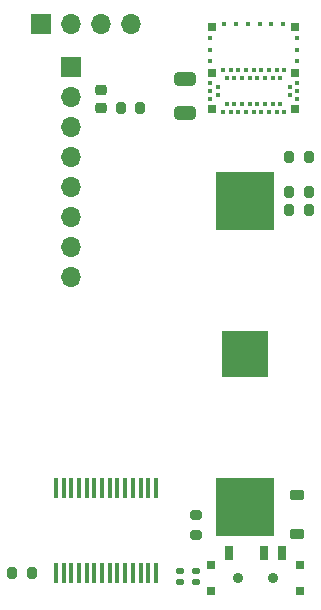
<source format=gbr>
%TF.GenerationSoftware,KiCad,Pcbnew,8.0.6*%
%TF.CreationDate,2025-06-19T14:33:08+09:00*%
%TF.ProjectId,card,63617264-2e6b-4696-9361-645f70636258,rev?*%
%TF.SameCoordinates,Original*%
%TF.FileFunction,Soldermask,Top*%
%TF.FilePolarity,Negative*%
%FSLAX46Y46*%
G04 Gerber Fmt 4.6, Leading zero omitted, Abs format (unit mm)*
G04 Created by KiCad (PCBNEW 8.0.6) date 2025-06-19 14:33:08*
%MOMM*%
%LPD*%
G01*
G04 APERTURE LIST*
G04 Aperture macros list*
%AMRoundRect*
0 Rectangle with rounded corners*
0 $1 Rounding radius*
0 $2 $3 $4 $5 $6 $7 $8 $9 X,Y pos of 4 corners*
0 Add a 4 corners polygon primitive as box body*
4,1,4,$2,$3,$4,$5,$6,$7,$8,$9,$2,$3,0*
0 Add four circle primitives for the rounded corners*
1,1,$1+$1,$2,$3*
1,1,$1+$1,$4,$5*
1,1,$1+$1,$6,$7*
1,1,$1+$1,$8,$9*
0 Add four rect primitives between the rounded corners*
20,1,$1+$1,$2,$3,$4,$5,0*
20,1,$1+$1,$4,$5,$6,$7,0*
20,1,$1+$1,$6,$7,$8,$9,0*
20,1,$1+$1,$8,$9,$2,$3,0*%
G04 Aperture macros list end*
%ADD10R,0.800000X0.800000*%
%ADD11C,0.900000*%
%ADD12R,0.700000X1.250000*%
%ADD13RoundRect,0.225000X0.375000X-0.225000X0.375000X0.225000X-0.375000X0.225000X-0.375000X-0.225000X0*%
%ADD14RoundRect,0.200000X0.200000X0.275000X-0.200000X0.275000X-0.200000X-0.275000X0.200000X-0.275000X0*%
%ADD15R,5.000000X5.000000*%
%ADD16R,4.000000X4.000000*%
%ADD17RoundRect,0.140000X-0.170000X0.140000X-0.170000X-0.140000X0.170000X-0.140000X0.170000X0.140000X0*%
%ADD18R,0.450000X1.750000*%
%ADD19RoundRect,0.200000X0.275000X-0.200000X0.275000X0.200000X-0.275000X0.200000X-0.275000X-0.200000X0*%
%ADD20RoundRect,0.200000X-0.200000X-0.275000X0.200000X-0.275000X0.200000X0.275000X-0.200000X0.275000X0*%
%ADD21RoundRect,0.218750X0.256250X-0.218750X0.256250X0.218750X-0.256250X0.218750X-0.256250X-0.218750X0*%
%ADD22R,0.400000X0.400000*%
%ADD23RoundRect,0.250000X-0.650000X0.325000X-0.650000X-0.325000X0.650000X-0.325000X0.650000X0.325000X0*%
%ADD24R,1.700000X1.700000*%
%ADD25O,1.700000X1.700000*%
G04 APERTURE END LIST*
D10*
%TO.C,SW1*%
X129850000Y-97560000D03*
X129850000Y-99760000D03*
D11*
X132150000Y-98660000D03*
X135150000Y-98660000D03*
D10*
X137450000Y-97560000D03*
X137450000Y-99760000D03*
D12*
X131400000Y-96585000D03*
X134400000Y-96585000D03*
X135900000Y-96585000D03*
%TD*%
D13*
%TO.C,D1*%
X137200000Y-94950000D03*
X137200000Y-91650000D03*
%TD*%
D14*
%TO.C,R4*%
X138150000Y-63000000D03*
X136500000Y-63000000D03*
%TD*%
%TO.C,R3*%
X138150000Y-66000000D03*
X136500000Y-66000000D03*
%TD*%
D15*
%TO.C,BT1*%
X132790773Y-66750000D03*
X132790773Y-92650000D03*
D16*
X132790773Y-79700000D03*
%TD*%
D17*
%TO.C,C2*%
X128600000Y-98100000D03*
X128600000Y-99060000D03*
%TD*%
D18*
%TO.C,U2*%
X125225000Y-91100000D03*
X124575000Y-91100000D03*
X123925000Y-91100000D03*
X123275000Y-91100000D03*
X122625000Y-91100000D03*
X121975000Y-91100000D03*
X121325000Y-91100000D03*
X120675000Y-91100000D03*
X120025000Y-91100000D03*
X119375000Y-91100000D03*
X118725000Y-91100000D03*
X118075000Y-91100000D03*
X117425000Y-91100000D03*
X116775000Y-91100000D03*
X116775000Y-98300000D03*
X117425000Y-98300000D03*
X118075000Y-98300000D03*
X118725000Y-98300000D03*
X119375000Y-98300000D03*
X120025000Y-98300000D03*
X120675000Y-98300000D03*
X121325000Y-98300000D03*
X121975000Y-98300000D03*
X122625000Y-98300000D03*
X123275000Y-98300000D03*
X123925000Y-98300000D03*
X124575000Y-98300000D03*
X125225000Y-98300000D03*
%TD*%
D19*
%TO.C,R5*%
X128600000Y-95025000D03*
X128600000Y-93375000D03*
%TD*%
D20*
%TO.C,R2*%
X113075000Y-98300000D03*
X114725000Y-98300000D03*
%TD*%
D17*
%TO.C,C1*%
X127300000Y-98100000D03*
X127300000Y-99060000D03*
%TD*%
D21*
%TO.C,D2*%
X120600000Y-58900000D03*
X120600000Y-57325000D03*
%TD*%
D10*
%TO.C,U1*%
X137000000Y-59000000D03*
D22*
X137200000Y-58100000D03*
X136550000Y-57775000D03*
X137200000Y-57450000D03*
X136550000Y-57125000D03*
X137200000Y-56800000D03*
D10*
X137000000Y-55900000D03*
D22*
X136100000Y-55700000D03*
X135775000Y-56350000D03*
X135450000Y-55700000D03*
X135125000Y-56350000D03*
X134800000Y-55700000D03*
X134475000Y-56350000D03*
X134150000Y-55700000D03*
X133825000Y-56350000D03*
X133500000Y-55700000D03*
X133175000Y-56350000D03*
X132850000Y-55700000D03*
X132525000Y-56350000D03*
X132200000Y-55700000D03*
X131875000Y-56350000D03*
X131550000Y-55700000D03*
X131225000Y-56350000D03*
X130900000Y-55700000D03*
D10*
X130000000Y-55900000D03*
D22*
X129800000Y-56800000D03*
X130450000Y-57125000D03*
X129800000Y-57450000D03*
X130450000Y-57775000D03*
X129800000Y-58100000D03*
D10*
X130000000Y-59000000D03*
D22*
X130900000Y-59200000D03*
X131225000Y-58550000D03*
X131550000Y-59200000D03*
X131875000Y-58550000D03*
X132200000Y-59200000D03*
X132525000Y-58550000D03*
X132850000Y-59200000D03*
X133175000Y-58550000D03*
X133500000Y-59200000D03*
X133825000Y-58550000D03*
X134150000Y-59200000D03*
X134475000Y-58550000D03*
X134800000Y-59200000D03*
X135125000Y-58550000D03*
X135450000Y-59200000D03*
X135775000Y-58550000D03*
X136100000Y-59200000D03*
X137200000Y-54950000D03*
X137200000Y-53950000D03*
X137200000Y-52950000D03*
D10*
X137000000Y-52000000D03*
D22*
X136000000Y-51800000D03*
X135000000Y-51800000D03*
X134000000Y-51800000D03*
X133000000Y-51800000D03*
X132000000Y-51800000D03*
X131000000Y-51800000D03*
D10*
X130000000Y-52000000D03*
D22*
X129800000Y-52950000D03*
X129800000Y-53950000D03*
X129800000Y-54950000D03*
%TD*%
D20*
%TO.C,R6*%
X122250000Y-58900000D03*
X123900000Y-58900000D03*
%TD*%
D14*
%TO.C,R1*%
X138150000Y-67500000D03*
X136500000Y-67500000D03*
%TD*%
D23*
%TO.C,C3*%
X127700000Y-56400000D03*
X127700000Y-59350000D03*
%TD*%
D24*
%TO.C,J2*%
X115500000Y-51800000D03*
D25*
X118040000Y-51800000D03*
X120580000Y-51800000D03*
X123120000Y-51800000D03*
%TD*%
D24*
%TO.C,J1*%
X118000000Y-55400000D03*
D25*
X118000000Y-57940000D03*
X118000000Y-60480000D03*
X118000000Y-63020000D03*
X118000000Y-65560000D03*
X118000000Y-68100000D03*
X118000000Y-70640000D03*
X118000000Y-73180000D03*
%TD*%
M02*

</source>
